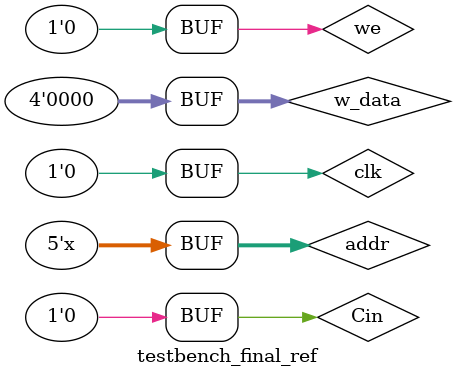
<source format=v>
module testbench_final_ref;
    
    // parameter
    parameter CYCLE = 1000; // clock cycle
    parameter HALF_CYCLE = 500; // half cycle
    parameter DLY = 500; // delay
    
    // wire/reg
    reg clk, we;
    reg [4:0] addr;
    reg [3:0] w_data;
    reg Cin;
    wire [3:0] outS;
    wire Cout;
    wire [3:0] r_data_ref; // outSと結果を比較


    // DUT module
    memo_ripple4 memo_ripple4_0 (
        .clk(clk),
        .we(we),
        .addr(addr),
	.w_data(w_data),
	.Cin1(Cin),
	.outS(outS),
	.Cout(Cout)
    );

    bram_ref bram_ref_0(
	.clk(clk),
	.we(we),
	.addr(addr),
	.w_data(w_data),
	.r_data(r_data_ref)
    );

    // clock generator
    always begin
        clk = 1'b1;
        #(HALF_CYCLE) clk = 1'b0;
//	$display("r_data=%b", r_data);
        #(HALF_CYCLE);
	if (outS != r_data_ref) begin
	    $display("error address is %x", addr);
	end
    addr = addr+1;
    end
//    always begin
//	#(HALF_CYCLE*2) addr = addr +1;
//    end
    // test scenario
//    integer i;
    initial begin
	we = 0;
	addr = 0;
	w_data = 0;
	Cin = 0;
//	for (i = 0; i < 10; i = i+1) begin
//	   addr = addr +1;
//	   #500;
//	end
    # 10000;
    end

endmodule


</source>
